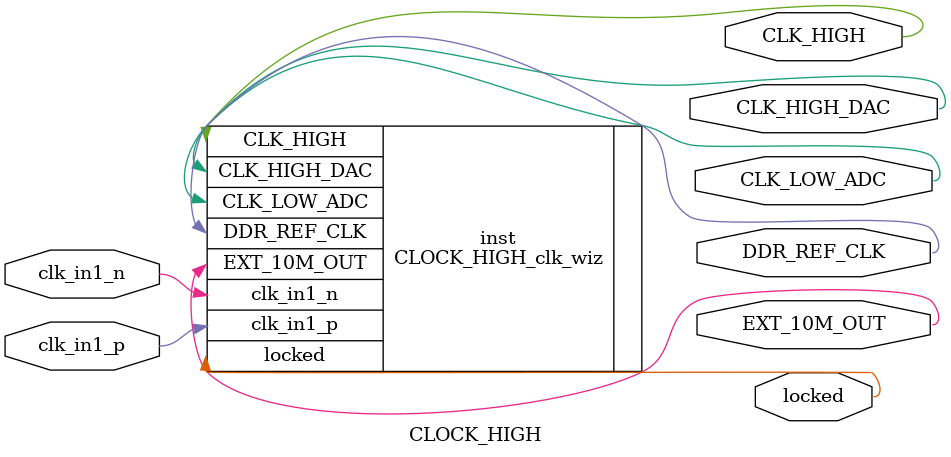
<source format=v>


`timescale 1ps/1ps

(* CORE_GENERATION_INFO = "CLOCK_HIGH,clk_wiz_v6_0_6_0_0,{component_name=CLOCK_HIGH,use_phase_alignment=true,use_min_o_jitter=false,use_max_i_jitter=false,use_dyn_phase_shift=false,use_inclk_switchover=false,use_dyn_reconfig=false,enable_axi=0,feedback_source=FDBK_AUTO,PRIMITIVE=MMCM,num_out_clk=5,clkin1_period=1.600,clkin2_period=10.0,use_power_down=false,use_reset=false,use_locked=true,use_inclk_stopped=false,feedback_type=SINGLE,CLOCK_MGR_TYPE=NA,manual_override=false}" *)

module CLOCK_HIGH 
 (
  // Clock out ports
  output        DDR_REF_CLK,
  output        CLK_LOW_ADC,
  output        EXT_10M_OUT,
  output        CLK_HIGH,
  output        CLK_HIGH_DAC,
  // Status and control signals
  output        locked,
 // Clock in ports
  input         clk_in1_p,
  input         clk_in1_n
 );

  CLOCK_HIGH_clk_wiz inst
  (
  // Clock out ports  
  .DDR_REF_CLK(DDR_REF_CLK),
  .CLK_LOW_ADC(CLK_LOW_ADC),
  .EXT_10M_OUT(EXT_10M_OUT),
  .CLK_HIGH(CLK_HIGH),
  .CLK_HIGH_DAC(CLK_HIGH_DAC),
  // Status and control signals               
  .locked(locked),
 // Clock in ports
  .clk_in1_p(clk_in1_p),
  .clk_in1_n(clk_in1_n)
  );

endmodule

</source>
